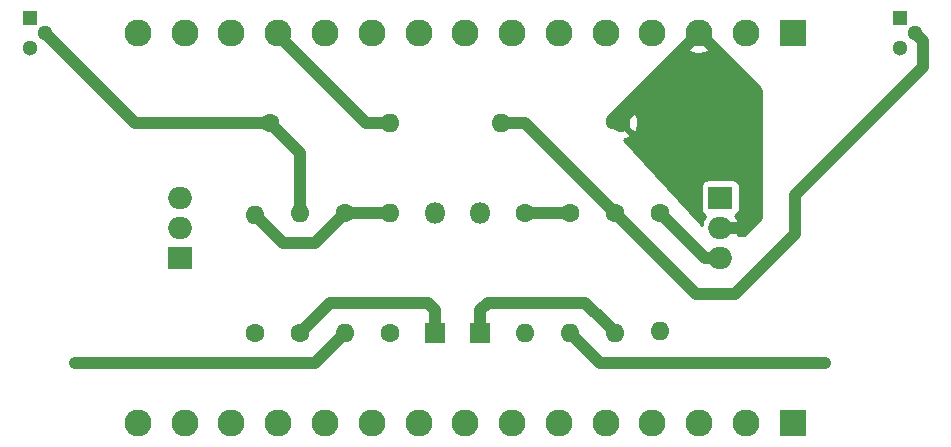
<source format=gbr>
G04 #@! TF.GenerationSoftware,KiCad,Pcbnew,5.1.0-060a0da~80~ubuntu18.04.1*
G04 #@! TF.CreationDate,2019-04-15T09:18:46-04:00*
G04 #@! TF.ProjectId,overvoltage,6f766572-766f-46c7-9461-67652e6b6963,1*
G04 #@! TF.SameCoordinates,Original*
G04 #@! TF.FileFunction,Copper,L1,Top*
G04 #@! TF.FilePolarity,Positive*
%FSLAX46Y46*%
G04 Gerber Fmt 4.6, Leading zero omitted, Abs format (unit mm)*
G04 Created by KiCad (PCBNEW 5.1.0-060a0da~80~ubuntu18.04.1) date 2019-04-15 09:18:46*
%MOMM*%
%LPD*%
G04 APERTURE LIST*
%ADD10R,2.286000X2.286000*%
%ADD11C,2.286000*%
%ADD12O,1.600000X1.600000*%
%ADD13C,1.600000*%
%ADD14R,1.300000X1.300000*%
%ADD15C,1.300000*%
%ADD16R,2.000000X1.905000*%
%ADD17O,2.000000X1.905000*%
%ADD18O,1.800000X1.800000*%
%ADD19R,1.800000X1.800000*%
%ADD20C,0.800000*%
%ADD21C,1.000000*%
%ADD22C,0.254000*%
G04 APERTURE END LIST*
D10*
X111540000Y-72390000D03*
D11*
X107580000Y-72390000D03*
X103620000Y-72390000D03*
X99660000Y-72390000D03*
X95700000Y-72390000D03*
X91740000Y-72390000D03*
X87780000Y-72390000D03*
X83820000Y-72390000D03*
X79860000Y-72390000D03*
X75900000Y-72390000D03*
X71940000Y-72390000D03*
X67980000Y-72390000D03*
X64020000Y-72390000D03*
X60060000Y-72390000D03*
X56100000Y-72390000D03*
D12*
X86868000Y-46990000D03*
D13*
X97028000Y-46990000D03*
D12*
X77470000Y-46990000D03*
D13*
X67310000Y-46990000D03*
D12*
X69850000Y-54610000D03*
D13*
X69850000Y-64770000D03*
D12*
X73660000Y-64770000D03*
D13*
X73660000Y-54610000D03*
D12*
X77470000Y-54610000D03*
D13*
X77470000Y-64770000D03*
D12*
X88900000Y-64770000D03*
D13*
X88900000Y-54610000D03*
D12*
X92710000Y-64770000D03*
D13*
X92710000Y-54610000D03*
D12*
X96520000Y-64770000D03*
D13*
X96520000Y-54610000D03*
D14*
X46990000Y-38100000D03*
D15*
X46990000Y-40640000D03*
X48260000Y-39370000D03*
X121920000Y-39370000D03*
X120650000Y-40640000D03*
D14*
X120650000Y-38100000D03*
D16*
X59690000Y-58420000D03*
D17*
X59690000Y-55880000D03*
X59690000Y-53340000D03*
X105410000Y-58420000D03*
X105410000Y-55880000D03*
D16*
X105410000Y-53340000D03*
D18*
X85090000Y-54610000D03*
D19*
X85090000Y-64770000D03*
X81280000Y-64770000D03*
D18*
X81280000Y-54610000D03*
D11*
X56100000Y-39370000D03*
X60060000Y-39370000D03*
X64020000Y-39370000D03*
X67980000Y-39370000D03*
X71940000Y-39370000D03*
X75900000Y-39370000D03*
X79860000Y-39370000D03*
X83820000Y-39370000D03*
X87780000Y-39370000D03*
X91740000Y-39370000D03*
X95700000Y-39370000D03*
X99660000Y-39370000D03*
X103620000Y-39370000D03*
X107580000Y-39370000D03*
D10*
X111540000Y-39370000D03*
D12*
X66040000Y-54770000D03*
D13*
X66040000Y-64770000D03*
X100330000Y-54610000D03*
D12*
X100330000Y-64610000D03*
D20*
X50800000Y-67310004D03*
X114300000Y-67310000D03*
D21*
X71120000Y-57150000D02*
X73660000Y-54610000D01*
X68420000Y-57150000D02*
X71120000Y-57150000D01*
X66040000Y-54770000D02*
X68420000Y-57150000D01*
X73660000Y-54610000D02*
X77470000Y-54610000D01*
X92710000Y-54610000D02*
X88900000Y-54610000D01*
X104140000Y-58420000D02*
X100330000Y-54610000D01*
X105410000Y-58420000D02*
X104140000Y-58420000D01*
X71119996Y-67310004D02*
X50800000Y-67310004D01*
X73660000Y-64770000D02*
X71119996Y-67310004D01*
X67310000Y-46990000D02*
X69850000Y-49530000D01*
X48260000Y-39370000D02*
X55880000Y-46990000D01*
X69850000Y-49530000D02*
X69850000Y-54610000D01*
X55880000Y-46990000D02*
X67310000Y-46990000D01*
X88900000Y-46990000D02*
X96520000Y-54610000D01*
X86868000Y-46990000D02*
X88900000Y-46990000D01*
X103378000Y-61468000D02*
X96520000Y-54610000D01*
X122569999Y-40019999D02*
X122569999Y-42265131D01*
X121920000Y-39370000D02*
X122569999Y-40019999D01*
X106680000Y-61468000D02*
X103378000Y-61468000D01*
X122569999Y-42265131D02*
X111760000Y-53075130D01*
X111760000Y-53075130D02*
X111760000Y-56388000D01*
X111760000Y-56388000D02*
X106680000Y-61468000D01*
X95250000Y-67310000D02*
X92710000Y-64770000D01*
X114300000Y-67310000D02*
X95250000Y-67310000D01*
X81280000Y-62870000D02*
X81280000Y-64770000D01*
X80640000Y-62230000D02*
X81280000Y-62870000D01*
X72390000Y-62230000D02*
X80640000Y-62230000D01*
X69850000Y-64770000D02*
X72390000Y-62230000D01*
X95720001Y-63970001D02*
X96520000Y-64770000D01*
X85730000Y-62230000D02*
X93980000Y-62230000D01*
X93980000Y-62230000D02*
X95720001Y-63970001D01*
X85090000Y-62870000D02*
X85730000Y-62230000D01*
X85090000Y-64770000D02*
X85090000Y-62870000D01*
X75397514Y-46990000D02*
X77470000Y-46990000D01*
X67980000Y-39370000D02*
X67980000Y-39572486D01*
X67980000Y-39572486D02*
X75397514Y-46990000D01*
X105410000Y-53340000D02*
X105362500Y-53340000D01*
X96266000Y-46724000D02*
X103620000Y-39370000D01*
X96266000Y-46990000D02*
X96266000Y-46724000D01*
X107410000Y-55880000D02*
X108458000Y-54832000D01*
X105410000Y-55880000D02*
X107410000Y-55880000D01*
X108458000Y-44208000D02*
X103620000Y-39370000D01*
X108458000Y-54832000D02*
X108458000Y-44208000D01*
D22*
G36*
X103813748Y-39355858D02*
G01*
X103799605Y-39370000D01*
X104857360Y-40427755D01*
X104971796Y-40381402D01*
X108839000Y-44248606D01*
X108839000Y-55065394D01*
X107389394Y-56515000D01*
X106906713Y-56515000D01*
X106929571Y-56471094D01*
X107000563Y-56252980D01*
X106880594Y-56007000D01*
X105537000Y-56007000D01*
X105537000Y-56027000D01*
X105283000Y-56027000D01*
X105283000Y-56007000D01*
X105263000Y-56007000D01*
X105263000Y-55753000D01*
X105283000Y-55753000D01*
X105283000Y-55733000D01*
X105537000Y-55733000D01*
X105537000Y-55753000D01*
X106880594Y-55753000D01*
X107000563Y-55507020D01*
X106929571Y-55288906D01*
X106785969Y-55013077D01*
X106672781Y-54872059D01*
X106764494Y-54823037D01*
X106861185Y-54743685D01*
X106940537Y-54646994D01*
X106999502Y-54536680D01*
X107035812Y-54416982D01*
X107048072Y-54292500D01*
X107048072Y-52387500D01*
X107035812Y-52263018D01*
X106999502Y-52143320D01*
X106940537Y-52033006D01*
X106861185Y-51936315D01*
X106764494Y-51856963D01*
X106654180Y-51797998D01*
X106534482Y-51761688D01*
X106410000Y-51749428D01*
X104410000Y-51749428D01*
X104285518Y-51761688D01*
X104165820Y-51797998D01*
X104055506Y-51856963D01*
X103958815Y-51936315D01*
X103879463Y-52033006D01*
X103820498Y-52143320D01*
X103784188Y-52263018D01*
X103771928Y-52387500D01*
X103771928Y-54292500D01*
X103784188Y-54416982D01*
X103820498Y-54536680D01*
X103879463Y-54646994D01*
X103958815Y-54743685D01*
X104055506Y-54823037D01*
X104147219Y-54872059D01*
X104034031Y-55013077D01*
X103890429Y-55288906D01*
X103819437Y-55507020D01*
X103871278Y-55613312D01*
X97223617Y-48411681D01*
X97378130Y-48388787D01*
X97644292Y-48293603D01*
X97769514Y-48226671D01*
X97841097Y-47982702D01*
X97028000Y-47169605D01*
X97013858Y-47183748D01*
X96834253Y-47004143D01*
X96848395Y-46990000D01*
X97207605Y-46990000D01*
X98020702Y-47803097D01*
X98264671Y-47731514D01*
X98385571Y-47476004D01*
X98454300Y-47201816D01*
X98468217Y-46919488D01*
X98426787Y-46639870D01*
X98331603Y-46373708D01*
X98264671Y-46248486D01*
X98020702Y-46176903D01*
X97207605Y-46990000D01*
X96848395Y-46990000D01*
X96834253Y-46975858D01*
X97013858Y-46796253D01*
X97028000Y-46810395D01*
X97841097Y-45997298D01*
X97769514Y-45753329D01*
X97514004Y-45632429D01*
X97239816Y-45563700D01*
X96957488Y-45549783D01*
X96854575Y-45565031D01*
X101812246Y-40607360D01*
X102562245Y-40607360D01*
X102675264Y-40886384D01*
X102989249Y-41041556D01*
X103327473Y-41132491D01*
X103676938Y-41155694D01*
X104024216Y-41110275D01*
X104355960Y-40997977D01*
X104564736Y-40886384D01*
X104677755Y-40607360D01*
X103620000Y-39549605D01*
X102562245Y-40607360D01*
X101812246Y-40607360D01*
X102104508Y-40315098D01*
X102382640Y-40427755D01*
X103440395Y-39370000D01*
X103426253Y-39355858D01*
X103605858Y-39176253D01*
X103620000Y-39190395D01*
X103634143Y-39176253D01*
X103813748Y-39355858D01*
X103813748Y-39355858D01*
G37*
X103813748Y-39355858D02*
X103799605Y-39370000D01*
X104857360Y-40427755D01*
X104971796Y-40381402D01*
X108839000Y-44248606D01*
X108839000Y-55065394D01*
X107389394Y-56515000D01*
X106906713Y-56515000D01*
X106929571Y-56471094D01*
X107000563Y-56252980D01*
X106880594Y-56007000D01*
X105537000Y-56007000D01*
X105537000Y-56027000D01*
X105283000Y-56027000D01*
X105283000Y-56007000D01*
X105263000Y-56007000D01*
X105263000Y-55753000D01*
X105283000Y-55753000D01*
X105283000Y-55733000D01*
X105537000Y-55733000D01*
X105537000Y-55753000D01*
X106880594Y-55753000D01*
X107000563Y-55507020D01*
X106929571Y-55288906D01*
X106785969Y-55013077D01*
X106672781Y-54872059D01*
X106764494Y-54823037D01*
X106861185Y-54743685D01*
X106940537Y-54646994D01*
X106999502Y-54536680D01*
X107035812Y-54416982D01*
X107048072Y-54292500D01*
X107048072Y-52387500D01*
X107035812Y-52263018D01*
X106999502Y-52143320D01*
X106940537Y-52033006D01*
X106861185Y-51936315D01*
X106764494Y-51856963D01*
X106654180Y-51797998D01*
X106534482Y-51761688D01*
X106410000Y-51749428D01*
X104410000Y-51749428D01*
X104285518Y-51761688D01*
X104165820Y-51797998D01*
X104055506Y-51856963D01*
X103958815Y-51936315D01*
X103879463Y-52033006D01*
X103820498Y-52143320D01*
X103784188Y-52263018D01*
X103771928Y-52387500D01*
X103771928Y-54292500D01*
X103784188Y-54416982D01*
X103820498Y-54536680D01*
X103879463Y-54646994D01*
X103958815Y-54743685D01*
X104055506Y-54823037D01*
X104147219Y-54872059D01*
X104034031Y-55013077D01*
X103890429Y-55288906D01*
X103819437Y-55507020D01*
X103871278Y-55613312D01*
X97223617Y-48411681D01*
X97378130Y-48388787D01*
X97644292Y-48293603D01*
X97769514Y-48226671D01*
X97841097Y-47982702D01*
X97028000Y-47169605D01*
X97013858Y-47183748D01*
X96834253Y-47004143D01*
X96848395Y-46990000D01*
X97207605Y-46990000D01*
X98020702Y-47803097D01*
X98264671Y-47731514D01*
X98385571Y-47476004D01*
X98454300Y-47201816D01*
X98468217Y-46919488D01*
X98426787Y-46639870D01*
X98331603Y-46373708D01*
X98264671Y-46248486D01*
X98020702Y-46176903D01*
X97207605Y-46990000D01*
X96848395Y-46990000D01*
X96834253Y-46975858D01*
X97013858Y-46796253D01*
X97028000Y-46810395D01*
X97841097Y-45997298D01*
X97769514Y-45753329D01*
X97514004Y-45632429D01*
X97239816Y-45563700D01*
X96957488Y-45549783D01*
X96854575Y-45565031D01*
X101812246Y-40607360D01*
X102562245Y-40607360D01*
X102675264Y-40886384D01*
X102989249Y-41041556D01*
X103327473Y-41132491D01*
X103676938Y-41155694D01*
X104024216Y-41110275D01*
X104355960Y-40997977D01*
X104564736Y-40886384D01*
X104677755Y-40607360D01*
X103620000Y-39549605D01*
X102562245Y-40607360D01*
X101812246Y-40607360D01*
X102104508Y-40315098D01*
X102382640Y-40427755D01*
X103440395Y-39370000D01*
X103426253Y-39355858D01*
X103605858Y-39176253D01*
X103620000Y-39190395D01*
X103634143Y-39176253D01*
X103813748Y-39355858D01*
M02*

</source>
